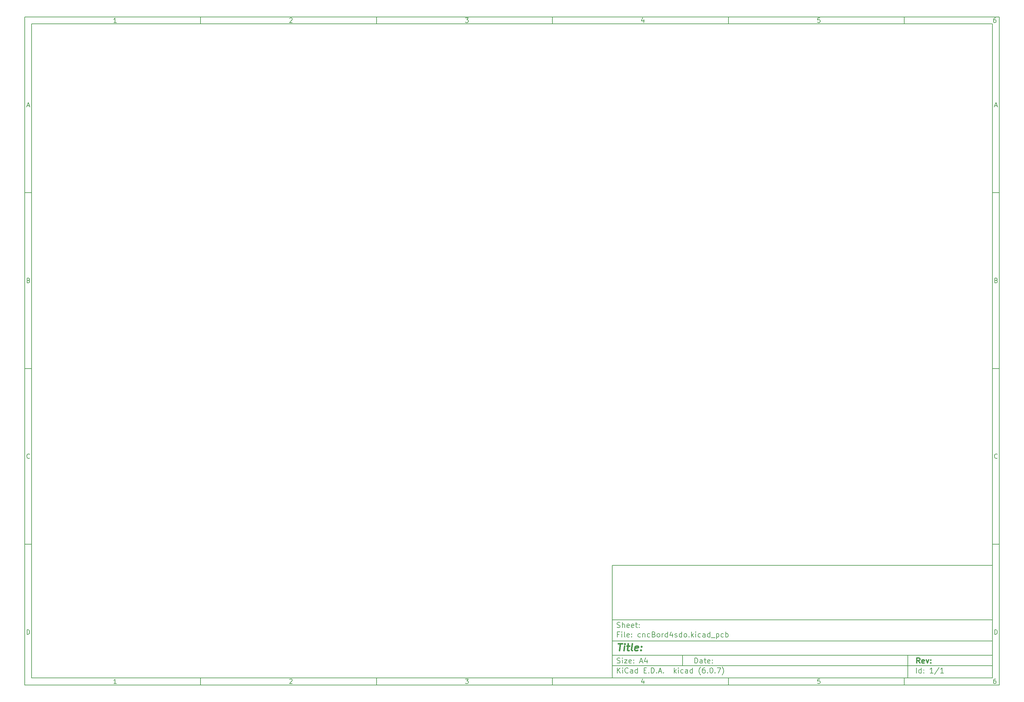
<source format=gbp>
G04 #@! TF.GenerationSoftware,KiCad,Pcbnew,(6.0.7)*
G04 #@! TF.CreationDate,2022-11-13T23:24:52+01:00*
G04 #@! TF.ProjectId,cncBord4sdo,636e6342-6f72-4643-9473-646f2e6b6963,rev?*
G04 #@! TF.SameCoordinates,Original*
G04 #@! TF.FileFunction,Paste,Bot*
G04 #@! TF.FilePolarity,Positive*
%FSLAX46Y46*%
G04 Gerber Fmt 4.6, Leading zero omitted, Abs format (unit mm)*
G04 Created by KiCad (PCBNEW (6.0.7)) date 2022-11-13 23:24:52*
%MOMM*%
%LPD*%
G01*
G04 APERTURE LIST*
%ADD10C,0.100000*%
%ADD11C,0.150000*%
%ADD12C,0.300000*%
%ADD13C,0.400000*%
G04 APERTURE END LIST*
D10*
D11*
X177002200Y-166007200D02*
X177002200Y-198007200D01*
X285002200Y-198007200D01*
X285002200Y-166007200D01*
X177002200Y-166007200D01*
D10*
D11*
X10000000Y-10000000D02*
X10000000Y-200007200D01*
X287002200Y-200007200D01*
X287002200Y-10000000D01*
X10000000Y-10000000D01*
D10*
D11*
X12000000Y-12000000D02*
X12000000Y-198007200D01*
X285002200Y-198007200D01*
X285002200Y-12000000D01*
X12000000Y-12000000D01*
D10*
D11*
X60000000Y-12000000D02*
X60000000Y-10000000D01*
D10*
D11*
X110000000Y-12000000D02*
X110000000Y-10000000D01*
D10*
D11*
X160000000Y-12000000D02*
X160000000Y-10000000D01*
D10*
D11*
X210000000Y-12000000D02*
X210000000Y-10000000D01*
D10*
D11*
X260000000Y-12000000D02*
X260000000Y-10000000D01*
D10*
D11*
X36065476Y-11588095D02*
X35322619Y-11588095D01*
X35694047Y-11588095D02*
X35694047Y-10288095D01*
X35570238Y-10473809D01*
X35446428Y-10597619D01*
X35322619Y-10659523D01*
D10*
D11*
X85322619Y-10411904D02*
X85384523Y-10350000D01*
X85508333Y-10288095D01*
X85817857Y-10288095D01*
X85941666Y-10350000D01*
X86003571Y-10411904D01*
X86065476Y-10535714D01*
X86065476Y-10659523D01*
X86003571Y-10845238D01*
X85260714Y-11588095D01*
X86065476Y-11588095D01*
D10*
D11*
X135260714Y-10288095D02*
X136065476Y-10288095D01*
X135632142Y-10783333D01*
X135817857Y-10783333D01*
X135941666Y-10845238D01*
X136003571Y-10907142D01*
X136065476Y-11030952D01*
X136065476Y-11340476D01*
X136003571Y-11464285D01*
X135941666Y-11526190D01*
X135817857Y-11588095D01*
X135446428Y-11588095D01*
X135322619Y-11526190D01*
X135260714Y-11464285D01*
D10*
D11*
X185941666Y-10721428D02*
X185941666Y-11588095D01*
X185632142Y-10226190D02*
X185322619Y-11154761D01*
X186127380Y-11154761D01*
D10*
D11*
X236003571Y-10288095D02*
X235384523Y-10288095D01*
X235322619Y-10907142D01*
X235384523Y-10845238D01*
X235508333Y-10783333D01*
X235817857Y-10783333D01*
X235941666Y-10845238D01*
X236003571Y-10907142D01*
X236065476Y-11030952D01*
X236065476Y-11340476D01*
X236003571Y-11464285D01*
X235941666Y-11526190D01*
X235817857Y-11588095D01*
X235508333Y-11588095D01*
X235384523Y-11526190D01*
X235322619Y-11464285D01*
D10*
D11*
X285941666Y-10288095D02*
X285694047Y-10288095D01*
X285570238Y-10350000D01*
X285508333Y-10411904D01*
X285384523Y-10597619D01*
X285322619Y-10845238D01*
X285322619Y-11340476D01*
X285384523Y-11464285D01*
X285446428Y-11526190D01*
X285570238Y-11588095D01*
X285817857Y-11588095D01*
X285941666Y-11526190D01*
X286003571Y-11464285D01*
X286065476Y-11340476D01*
X286065476Y-11030952D01*
X286003571Y-10907142D01*
X285941666Y-10845238D01*
X285817857Y-10783333D01*
X285570238Y-10783333D01*
X285446428Y-10845238D01*
X285384523Y-10907142D01*
X285322619Y-11030952D01*
D10*
D11*
X60000000Y-198007200D02*
X60000000Y-200007200D01*
D10*
D11*
X110000000Y-198007200D02*
X110000000Y-200007200D01*
D10*
D11*
X160000000Y-198007200D02*
X160000000Y-200007200D01*
D10*
D11*
X210000000Y-198007200D02*
X210000000Y-200007200D01*
D10*
D11*
X260000000Y-198007200D02*
X260000000Y-200007200D01*
D10*
D11*
X36065476Y-199595295D02*
X35322619Y-199595295D01*
X35694047Y-199595295D02*
X35694047Y-198295295D01*
X35570238Y-198481009D01*
X35446428Y-198604819D01*
X35322619Y-198666723D01*
D10*
D11*
X85322619Y-198419104D02*
X85384523Y-198357200D01*
X85508333Y-198295295D01*
X85817857Y-198295295D01*
X85941666Y-198357200D01*
X86003571Y-198419104D01*
X86065476Y-198542914D01*
X86065476Y-198666723D01*
X86003571Y-198852438D01*
X85260714Y-199595295D01*
X86065476Y-199595295D01*
D10*
D11*
X135260714Y-198295295D02*
X136065476Y-198295295D01*
X135632142Y-198790533D01*
X135817857Y-198790533D01*
X135941666Y-198852438D01*
X136003571Y-198914342D01*
X136065476Y-199038152D01*
X136065476Y-199347676D01*
X136003571Y-199471485D01*
X135941666Y-199533390D01*
X135817857Y-199595295D01*
X135446428Y-199595295D01*
X135322619Y-199533390D01*
X135260714Y-199471485D01*
D10*
D11*
X185941666Y-198728628D02*
X185941666Y-199595295D01*
X185632142Y-198233390D02*
X185322619Y-199161961D01*
X186127380Y-199161961D01*
D10*
D11*
X236003571Y-198295295D02*
X235384523Y-198295295D01*
X235322619Y-198914342D01*
X235384523Y-198852438D01*
X235508333Y-198790533D01*
X235817857Y-198790533D01*
X235941666Y-198852438D01*
X236003571Y-198914342D01*
X236065476Y-199038152D01*
X236065476Y-199347676D01*
X236003571Y-199471485D01*
X235941666Y-199533390D01*
X235817857Y-199595295D01*
X235508333Y-199595295D01*
X235384523Y-199533390D01*
X235322619Y-199471485D01*
D10*
D11*
X285941666Y-198295295D02*
X285694047Y-198295295D01*
X285570238Y-198357200D01*
X285508333Y-198419104D01*
X285384523Y-198604819D01*
X285322619Y-198852438D01*
X285322619Y-199347676D01*
X285384523Y-199471485D01*
X285446428Y-199533390D01*
X285570238Y-199595295D01*
X285817857Y-199595295D01*
X285941666Y-199533390D01*
X286003571Y-199471485D01*
X286065476Y-199347676D01*
X286065476Y-199038152D01*
X286003571Y-198914342D01*
X285941666Y-198852438D01*
X285817857Y-198790533D01*
X285570238Y-198790533D01*
X285446428Y-198852438D01*
X285384523Y-198914342D01*
X285322619Y-199038152D01*
D10*
D11*
X10000000Y-60000000D02*
X12000000Y-60000000D01*
D10*
D11*
X10000000Y-110000000D02*
X12000000Y-110000000D01*
D10*
D11*
X10000000Y-160000000D02*
X12000000Y-160000000D01*
D10*
D11*
X10690476Y-35216666D02*
X11309523Y-35216666D01*
X10566666Y-35588095D02*
X11000000Y-34288095D01*
X11433333Y-35588095D01*
D10*
D11*
X11092857Y-84907142D02*
X11278571Y-84969047D01*
X11340476Y-85030952D01*
X11402380Y-85154761D01*
X11402380Y-85340476D01*
X11340476Y-85464285D01*
X11278571Y-85526190D01*
X11154761Y-85588095D01*
X10659523Y-85588095D01*
X10659523Y-84288095D01*
X11092857Y-84288095D01*
X11216666Y-84350000D01*
X11278571Y-84411904D01*
X11340476Y-84535714D01*
X11340476Y-84659523D01*
X11278571Y-84783333D01*
X11216666Y-84845238D01*
X11092857Y-84907142D01*
X10659523Y-84907142D01*
D10*
D11*
X11402380Y-135464285D02*
X11340476Y-135526190D01*
X11154761Y-135588095D01*
X11030952Y-135588095D01*
X10845238Y-135526190D01*
X10721428Y-135402380D01*
X10659523Y-135278571D01*
X10597619Y-135030952D01*
X10597619Y-134845238D01*
X10659523Y-134597619D01*
X10721428Y-134473809D01*
X10845238Y-134350000D01*
X11030952Y-134288095D01*
X11154761Y-134288095D01*
X11340476Y-134350000D01*
X11402380Y-134411904D01*
D10*
D11*
X10659523Y-185588095D02*
X10659523Y-184288095D01*
X10969047Y-184288095D01*
X11154761Y-184350000D01*
X11278571Y-184473809D01*
X11340476Y-184597619D01*
X11402380Y-184845238D01*
X11402380Y-185030952D01*
X11340476Y-185278571D01*
X11278571Y-185402380D01*
X11154761Y-185526190D01*
X10969047Y-185588095D01*
X10659523Y-185588095D01*
D10*
D11*
X287002200Y-60000000D02*
X285002200Y-60000000D01*
D10*
D11*
X287002200Y-110000000D02*
X285002200Y-110000000D01*
D10*
D11*
X287002200Y-160000000D02*
X285002200Y-160000000D01*
D10*
D11*
X285692676Y-35216666D02*
X286311723Y-35216666D01*
X285568866Y-35588095D02*
X286002200Y-34288095D01*
X286435533Y-35588095D01*
D10*
D11*
X286095057Y-84907142D02*
X286280771Y-84969047D01*
X286342676Y-85030952D01*
X286404580Y-85154761D01*
X286404580Y-85340476D01*
X286342676Y-85464285D01*
X286280771Y-85526190D01*
X286156961Y-85588095D01*
X285661723Y-85588095D01*
X285661723Y-84288095D01*
X286095057Y-84288095D01*
X286218866Y-84350000D01*
X286280771Y-84411904D01*
X286342676Y-84535714D01*
X286342676Y-84659523D01*
X286280771Y-84783333D01*
X286218866Y-84845238D01*
X286095057Y-84907142D01*
X285661723Y-84907142D01*
D10*
D11*
X286404580Y-135464285D02*
X286342676Y-135526190D01*
X286156961Y-135588095D01*
X286033152Y-135588095D01*
X285847438Y-135526190D01*
X285723628Y-135402380D01*
X285661723Y-135278571D01*
X285599819Y-135030952D01*
X285599819Y-134845238D01*
X285661723Y-134597619D01*
X285723628Y-134473809D01*
X285847438Y-134350000D01*
X286033152Y-134288095D01*
X286156961Y-134288095D01*
X286342676Y-134350000D01*
X286404580Y-134411904D01*
D10*
D11*
X285661723Y-185588095D02*
X285661723Y-184288095D01*
X285971247Y-184288095D01*
X286156961Y-184350000D01*
X286280771Y-184473809D01*
X286342676Y-184597619D01*
X286404580Y-184845238D01*
X286404580Y-185030952D01*
X286342676Y-185278571D01*
X286280771Y-185402380D01*
X286156961Y-185526190D01*
X285971247Y-185588095D01*
X285661723Y-185588095D01*
D10*
D11*
X200434342Y-193785771D02*
X200434342Y-192285771D01*
X200791485Y-192285771D01*
X201005771Y-192357200D01*
X201148628Y-192500057D01*
X201220057Y-192642914D01*
X201291485Y-192928628D01*
X201291485Y-193142914D01*
X201220057Y-193428628D01*
X201148628Y-193571485D01*
X201005771Y-193714342D01*
X200791485Y-193785771D01*
X200434342Y-193785771D01*
X202577200Y-193785771D02*
X202577200Y-193000057D01*
X202505771Y-192857200D01*
X202362914Y-192785771D01*
X202077200Y-192785771D01*
X201934342Y-192857200D01*
X202577200Y-193714342D02*
X202434342Y-193785771D01*
X202077200Y-193785771D01*
X201934342Y-193714342D01*
X201862914Y-193571485D01*
X201862914Y-193428628D01*
X201934342Y-193285771D01*
X202077200Y-193214342D01*
X202434342Y-193214342D01*
X202577200Y-193142914D01*
X203077200Y-192785771D02*
X203648628Y-192785771D01*
X203291485Y-192285771D02*
X203291485Y-193571485D01*
X203362914Y-193714342D01*
X203505771Y-193785771D01*
X203648628Y-193785771D01*
X204720057Y-193714342D02*
X204577200Y-193785771D01*
X204291485Y-193785771D01*
X204148628Y-193714342D01*
X204077200Y-193571485D01*
X204077200Y-193000057D01*
X204148628Y-192857200D01*
X204291485Y-192785771D01*
X204577200Y-192785771D01*
X204720057Y-192857200D01*
X204791485Y-193000057D01*
X204791485Y-193142914D01*
X204077200Y-193285771D01*
X205434342Y-193642914D02*
X205505771Y-193714342D01*
X205434342Y-193785771D01*
X205362914Y-193714342D01*
X205434342Y-193642914D01*
X205434342Y-193785771D01*
X205434342Y-192857200D02*
X205505771Y-192928628D01*
X205434342Y-193000057D01*
X205362914Y-192928628D01*
X205434342Y-192857200D01*
X205434342Y-193000057D01*
D10*
D11*
X177002200Y-194507200D02*
X285002200Y-194507200D01*
D10*
D11*
X178434342Y-196585771D02*
X178434342Y-195085771D01*
X179291485Y-196585771D02*
X178648628Y-195728628D01*
X179291485Y-195085771D02*
X178434342Y-195942914D01*
X179934342Y-196585771D02*
X179934342Y-195585771D01*
X179934342Y-195085771D02*
X179862914Y-195157200D01*
X179934342Y-195228628D01*
X180005771Y-195157200D01*
X179934342Y-195085771D01*
X179934342Y-195228628D01*
X181505771Y-196442914D02*
X181434342Y-196514342D01*
X181220057Y-196585771D01*
X181077200Y-196585771D01*
X180862914Y-196514342D01*
X180720057Y-196371485D01*
X180648628Y-196228628D01*
X180577200Y-195942914D01*
X180577200Y-195728628D01*
X180648628Y-195442914D01*
X180720057Y-195300057D01*
X180862914Y-195157200D01*
X181077200Y-195085771D01*
X181220057Y-195085771D01*
X181434342Y-195157200D01*
X181505771Y-195228628D01*
X182791485Y-196585771D02*
X182791485Y-195800057D01*
X182720057Y-195657200D01*
X182577200Y-195585771D01*
X182291485Y-195585771D01*
X182148628Y-195657200D01*
X182791485Y-196514342D02*
X182648628Y-196585771D01*
X182291485Y-196585771D01*
X182148628Y-196514342D01*
X182077200Y-196371485D01*
X182077200Y-196228628D01*
X182148628Y-196085771D01*
X182291485Y-196014342D01*
X182648628Y-196014342D01*
X182791485Y-195942914D01*
X184148628Y-196585771D02*
X184148628Y-195085771D01*
X184148628Y-196514342D02*
X184005771Y-196585771D01*
X183720057Y-196585771D01*
X183577200Y-196514342D01*
X183505771Y-196442914D01*
X183434342Y-196300057D01*
X183434342Y-195871485D01*
X183505771Y-195728628D01*
X183577200Y-195657200D01*
X183720057Y-195585771D01*
X184005771Y-195585771D01*
X184148628Y-195657200D01*
X186005771Y-195800057D02*
X186505771Y-195800057D01*
X186720057Y-196585771D02*
X186005771Y-196585771D01*
X186005771Y-195085771D01*
X186720057Y-195085771D01*
X187362914Y-196442914D02*
X187434342Y-196514342D01*
X187362914Y-196585771D01*
X187291485Y-196514342D01*
X187362914Y-196442914D01*
X187362914Y-196585771D01*
X188077200Y-196585771D02*
X188077200Y-195085771D01*
X188434342Y-195085771D01*
X188648628Y-195157200D01*
X188791485Y-195300057D01*
X188862914Y-195442914D01*
X188934342Y-195728628D01*
X188934342Y-195942914D01*
X188862914Y-196228628D01*
X188791485Y-196371485D01*
X188648628Y-196514342D01*
X188434342Y-196585771D01*
X188077200Y-196585771D01*
X189577200Y-196442914D02*
X189648628Y-196514342D01*
X189577200Y-196585771D01*
X189505771Y-196514342D01*
X189577200Y-196442914D01*
X189577200Y-196585771D01*
X190220057Y-196157200D02*
X190934342Y-196157200D01*
X190077200Y-196585771D02*
X190577200Y-195085771D01*
X191077200Y-196585771D01*
X191577200Y-196442914D02*
X191648628Y-196514342D01*
X191577200Y-196585771D01*
X191505771Y-196514342D01*
X191577200Y-196442914D01*
X191577200Y-196585771D01*
X194577200Y-196585771D02*
X194577200Y-195085771D01*
X194720057Y-196014342D02*
X195148628Y-196585771D01*
X195148628Y-195585771D02*
X194577200Y-196157200D01*
X195791485Y-196585771D02*
X195791485Y-195585771D01*
X195791485Y-195085771D02*
X195720057Y-195157200D01*
X195791485Y-195228628D01*
X195862914Y-195157200D01*
X195791485Y-195085771D01*
X195791485Y-195228628D01*
X197148628Y-196514342D02*
X197005771Y-196585771D01*
X196720057Y-196585771D01*
X196577200Y-196514342D01*
X196505771Y-196442914D01*
X196434342Y-196300057D01*
X196434342Y-195871485D01*
X196505771Y-195728628D01*
X196577200Y-195657200D01*
X196720057Y-195585771D01*
X197005771Y-195585771D01*
X197148628Y-195657200D01*
X198434342Y-196585771D02*
X198434342Y-195800057D01*
X198362914Y-195657200D01*
X198220057Y-195585771D01*
X197934342Y-195585771D01*
X197791485Y-195657200D01*
X198434342Y-196514342D02*
X198291485Y-196585771D01*
X197934342Y-196585771D01*
X197791485Y-196514342D01*
X197720057Y-196371485D01*
X197720057Y-196228628D01*
X197791485Y-196085771D01*
X197934342Y-196014342D01*
X198291485Y-196014342D01*
X198434342Y-195942914D01*
X199791485Y-196585771D02*
X199791485Y-195085771D01*
X199791485Y-196514342D02*
X199648628Y-196585771D01*
X199362914Y-196585771D01*
X199220057Y-196514342D01*
X199148628Y-196442914D01*
X199077200Y-196300057D01*
X199077200Y-195871485D01*
X199148628Y-195728628D01*
X199220057Y-195657200D01*
X199362914Y-195585771D01*
X199648628Y-195585771D01*
X199791485Y-195657200D01*
X202077200Y-197157200D02*
X202005771Y-197085771D01*
X201862914Y-196871485D01*
X201791485Y-196728628D01*
X201720057Y-196514342D01*
X201648628Y-196157200D01*
X201648628Y-195871485D01*
X201720057Y-195514342D01*
X201791485Y-195300057D01*
X201862914Y-195157200D01*
X202005771Y-194942914D01*
X202077200Y-194871485D01*
X203291485Y-195085771D02*
X203005771Y-195085771D01*
X202862914Y-195157200D01*
X202791485Y-195228628D01*
X202648628Y-195442914D01*
X202577200Y-195728628D01*
X202577200Y-196300057D01*
X202648628Y-196442914D01*
X202720057Y-196514342D01*
X202862914Y-196585771D01*
X203148628Y-196585771D01*
X203291485Y-196514342D01*
X203362914Y-196442914D01*
X203434342Y-196300057D01*
X203434342Y-195942914D01*
X203362914Y-195800057D01*
X203291485Y-195728628D01*
X203148628Y-195657200D01*
X202862914Y-195657200D01*
X202720057Y-195728628D01*
X202648628Y-195800057D01*
X202577200Y-195942914D01*
X204077200Y-196442914D02*
X204148628Y-196514342D01*
X204077200Y-196585771D01*
X204005771Y-196514342D01*
X204077200Y-196442914D01*
X204077200Y-196585771D01*
X205077200Y-195085771D02*
X205220057Y-195085771D01*
X205362914Y-195157200D01*
X205434342Y-195228628D01*
X205505771Y-195371485D01*
X205577200Y-195657200D01*
X205577200Y-196014342D01*
X205505771Y-196300057D01*
X205434342Y-196442914D01*
X205362914Y-196514342D01*
X205220057Y-196585771D01*
X205077200Y-196585771D01*
X204934342Y-196514342D01*
X204862914Y-196442914D01*
X204791485Y-196300057D01*
X204720057Y-196014342D01*
X204720057Y-195657200D01*
X204791485Y-195371485D01*
X204862914Y-195228628D01*
X204934342Y-195157200D01*
X205077200Y-195085771D01*
X206220057Y-196442914D02*
X206291485Y-196514342D01*
X206220057Y-196585771D01*
X206148628Y-196514342D01*
X206220057Y-196442914D01*
X206220057Y-196585771D01*
X206791485Y-195085771D02*
X207791485Y-195085771D01*
X207148628Y-196585771D01*
X208220057Y-197157200D02*
X208291485Y-197085771D01*
X208434342Y-196871485D01*
X208505771Y-196728628D01*
X208577200Y-196514342D01*
X208648628Y-196157200D01*
X208648628Y-195871485D01*
X208577200Y-195514342D01*
X208505771Y-195300057D01*
X208434342Y-195157200D01*
X208291485Y-194942914D01*
X208220057Y-194871485D01*
D10*
D11*
X177002200Y-191507200D02*
X285002200Y-191507200D01*
D10*
D12*
X264411485Y-193785771D02*
X263911485Y-193071485D01*
X263554342Y-193785771D02*
X263554342Y-192285771D01*
X264125771Y-192285771D01*
X264268628Y-192357200D01*
X264340057Y-192428628D01*
X264411485Y-192571485D01*
X264411485Y-192785771D01*
X264340057Y-192928628D01*
X264268628Y-193000057D01*
X264125771Y-193071485D01*
X263554342Y-193071485D01*
X265625771Y-193714342D02*
X265482914Y-193785771D01*
X265197200Y-193785771D01*
X265054342Y-193714342D01*
X264982914Y-193571485D01*
X264982914Y-193000057D01*
X265054342Y-192857200D01*
X265197200Y-192785771D01*
X265482914Y-192785771D01*
X265625771Y-192857200D01*
X265697200Y-193000057D01*
X265697200Y-193142914D01*
X264982914Y-193285771D01*
X266197200Y-192785771D02*
X266554342Y-193785771D01*
X266911485Y-192785771D01*
X267482914Y-193642914D02*
X267554342Y-193714342D01*
X267482914Y-193785771D01*
X267411485Y-193714342D01*
X267482914Y-193642914D01*
X267482914Y-193785771D01*
X267482914Y-192857200D02*
X267554342Y-192928628D01*
X267482914Y-193000057D01*
X267411485Y-192928628D01*
X267482914Y-192857200D01*
X267482914Y-193000057D01*
D10*
D11*
X178362914Y-193714342D02*
X178577200Y-193785771D01*
X178934342Y-193785771D01*
X179077200Y-193714342D01*
X179148628Y-193642914D01*
X179220057Y-193500057D01*
X179220057Y-193357200D01*
X179148628Y-193214342D01*
X179077200Y-193142914D01*
X178934342Y-193071485D01*
X178648628Y-193000057D01*
X178505771Y-192928628D01*
X178434342Y-192857200D01*
X178362914Y-192714342D01*
X178362914Y-192571485D01*
X178434342Y-192428628D01*
X178505771Y-192357200D01*
X178648628Y-192285771D01*
X179005771Y-192285771D01*
X179220057Y-192357200D01*
X179862914Y-193785771D02*
X179862914Y-192785771D01*
X179862914Y-192285771D02*
X179791485Y-192357200D01*
X179862914Y-192428628D01*
X179934342Y-192357200D01*
X179862914Y-192285771D01*
X179862914Y-192428628D01*
X180434342Y-192785771D02*
X181220057Y-192785771D01*
X180434342Y-193785771D01*
X181220057Y-193785771D01*
X182362914Y-193714342D02*
X182220057Y-193785771D01*
X181934342Y-193785771D01*
X181791485Y-193714342D01*
X181720057Y-193571485D01*
X181720057Y-193000057D01*
X181791485Y-192857200D01*
X181934342Y-192785771D01*
X182220057Y-192785771D01*
X182362914Y-192857200D01*
X182434342Y-193000057D01*
X182434342Y-193142914D01*
X181720057Y-193285771D01*
X183077200Y-193642914D02*
X183148628Y-193714342D01*
X183077200Y-193785771D01*
X183005771Y-193714342D01*
X183077200Y-193642914D01*
X183077200Y-193785771D01*
X183077200Y-192857200D02*
X183148628Y-192928628D01*
X183077200Y-193000057D01*
X183005771Y-192928628D01*
X183077200Y-192857200D01*
X183077200Y-193000057D01*
X184862914Y-193357200D02*
X185577200Y-193357200D01*
X184720057Y-193785771D02*
X185220057Y-192285771D01*
X185720057Y-193785771D01*
X186862914Y-192785771D02*
X186862914Y-193785771D01*
X186505771Y-192214342D02*
X186148628Y-193285771D01*
X187077200Y-193285771D01*
D10*
D11*
X263434342Y-196585771D02*
X263434342Y-195085771D01*
X264791485Y-196585771D02*
X264791485Y-195085771D01*
X264791485Y-196514342D02*
X264648628Y-196585771D01*
X264362914Y-196585771D01*
X264220057Y-196514342D01*
X264148628Y-196442914D01*
X264077200Y-196300057D01*
X264077200Y-195871485D01*
X264148628Y-195728628D01*
X264220057Y-195657200D01*
X264362914Y-195585771D01*
X264648628Y-195585771D01*
X264791485Y-195657200D01*
X265505771Y-196442914D02*
X265577200Y-196514342D01*
X265505771Y-196585771D01*
X265434342Y-196514342D01*
X265505771Y-196442914D01*
X265505771Y-196585771D01*
X265505771Y-195657200D02*
X265577200Y-195728628D01*
X265505771Y-195800057D01*
X265434342Y-195728628D01*
X265505771Y-195657200D01*
X265505771Y-195800057D01*
X268148628Y-196585771D02*
X267291485Y-196585771D01*
X267720057Y-196585771D02*
X267720057Y-195085771D01*
X267577200Y-195300057D01*
X267434342Y-195442914D01*
X267291485Y-195514342D01*
X269862914Y-195014342D02*
X268577200Y-196942914D01*
X271148628Y-196585771D02*
X270291485Y-196585771D01*
X270720057Y-196585771D02*
X270720057Y-195085771D01*
X270577200Y-195300057D01*
X270434342Y-195442914D01*
X270291485Y-195514342D01*
D10*
D11*
X177002200Y-187507200D02*
X285002200Y-187507200D01*
D10*
D13*
X178714580Y-188211961D02*
X179857438Y-188211961D01*
X179036009Y-190211961D02*
X179286009Y-188211961D01*
X180274104Y-190211961D02*
X180440771Y-188878628D01*
X180524104Y-188211961D02*
X180416961Y-188307200D01*
X180500295Y-188402438D01*
X180607438Y-188307200D01*
X180524104Y-188211961D01*
X180500295Y-188402438D01*
X181107438Y-188878628D02*
X181869342Y-188878628D01*
X181476485Y-188211961D02*
X181262200Y-189926247D01*
X181333628Y-190116723D01*
X181512200Y-190211961D01*
X181702676Y-190211961D01*
X182655057Y-190211961D02*
X182476485Y-190116723D01*
X182405057Y-189926247D01*
X182619342Y-188211961D01*
X184190771Y-190116723D02*
X183988390Y-190211961D01*
X183607438Y-190211961D01*
X183428866Y-190116723D01*
X183357438Y-189926247D01*
X183452676Y-189164342D01*
X183571723Y-188973866D01*
X183774104Y-188878628D01*
X184155057Y-188878628D01*
X184333628Y-188973866D01*
X184405057Y-189164342D01*
X184381247Y-189354819D01*
X183405057Y-189545295D01*
X185155057Y-190021485D02*
X185238390Y-190116723D01*
X185131247Y-190211961D01*
X185047914Y-190116723D01*
X185155057Y-190021485D01*
X185131247Y-190211961D01*
X185286009Y-188973866D02*
X185369342Y-189069104D01*
X185262200Y-189164342D01*
X185178866Y-189069104D01*
X185286009Y-188973866D01*
X185262200Y-189164342D01*
D10*
D11*
X178934342Y-185600057D02*
X178434342Y-185600057D01*
X178434342Y-186385771D02*
X178434342Y-184885771D01*
X179148628Y-184885771D01*
X179720057Y-186385771D02*
X179720057Y-185385771D01*
X179720057Y-184885771D02*
X179648628Y-184957200D01*
X179720057Y-185028628D01*
X179791485Y-184957200D01*
X179720057Y-184885771D01*
X179720057Y-185028628D01*
X180648628Y-186385771D02*
X180505771Y-186314342D01*
X180434342Y-186171485D01*
X180434342Y-184885771D01*
X181791485Y-186314342D02*
X181648628Y-186385771D01*
X181362914Y-186385771D01*
X181220057Y-186314342D01*
X181148628Y-186171485D01*
X181148628Y-185600057D01*
X181220057Y-185457200D01*
X181362914Y-185385771D01*
X181648628Y-185385771D01*
X181791485Y-185457200D01*
X181862914Y-185600057D01*
X181862914Y-185742914D01*
X181148628Y-185885771D01*
X182505771Y-186242914D02*
X182577200Y-186314342D01*
X182505771Y-186385771D01*
X182434342Y-186314342D01*
X182505771Y-186242914D01*
X182505771Y-186385771D01*
X182505771Y-185457200D02*
X182577200Y-185528628D01*
X182505771Y-185600057D01*
X182434342Y-185528628D01*
X182505771Y-185457200D01*
X182505771Y-185600057D01*
X185005771Y-186314342D02*
X184862914Y-186385771D01*
X184577200Y-186385771D01*
X184434342Y-186314342D01*
X184362914Y-186242914D01*
X184291485Y-186100057D01*
X184291485Y-185671485D01*
X184362914Y-185528628D01*
X184434342Y-185457200D01*
X184577200Y-185385771D01*
X184862914Y-185385771D01*
X185005771Y-185457200D01*
X185648628Y-185385771D02*
X185648628Y-186385771D01*
X185648628Y-185528628D02*
X185720057Y-185457200D01*
X185862914Y-185385771D01*
X186077200Y-185385771D01*
X186220057Y-185457200D01*
X186291485Y-185600057D01*
X186291485Y-186385771D01*
X187648628Y-186314342D02*
X187505771Y-186385771D01*
X187220057Y-186385771D01*
X187077200Y-186314342D01*
X187005771Y-186242914D01*
X186934342Y-186100057D01*
X186934342Y-185671485D01*
X187005771Y-185528628D01*
X187077200Y-185457200D01*
X187220057Y-185385771D01*
X187505771Y-185385771D01*
X187648628Y-185457200D01*
X188791485Y-185600057D02*
X189005771Y-185671485D01*
X189077200Y-185742914D01*
X189148628Y-185885771D01*
X189148628Y-186100057D01*
X189077200Y-186242914D01*
X189005771Y-186314342D01*
X188862914Y-186385771D01*
X188291485Y-186385771D01*
X188291485Y-184885771D01*
X188791485Y-184885771D01*
X188934342Y-184957200D01*
X189005771Y-185028628D01*
X189077200Y-185171485D01*
X189077200Y-185314342D01*
X189005771Y-185457200D01*
X188934342Y-185528628D01*
X188791485Y-185600057D01*
X188291485Y-185600057D01*
X190005771Y-186385771D02*
X189862914Y-186314342D01*
X189791485Y-186242914D01*
X189720057Y-186100057D01*
X189720057Y-185671485D01*
X189791485Y-185528628D01*
X189862914Y-185457200D01*
X190005771Y-185385771D01*
X190220057Y-185385771D01*
X190362914Y-185457200D01*
X190434342Y-185528628D01*
X190505771Y-185671485D01*
X190505771Y-186100057D01*
X190434342Y-186242914D01*
X190362914Y-186314342D01*
X190220057Y-186385771D01*
X190005771Y-186385771D01*
X191148628Y-186385771D02*
X191148628Y-185385771D01*
X191148628Y-185671485D02*
X191220057Y-185528628D01*
X191291485Y-185457200D01*
X191434342Y-185385771D01*
X191577200Y-185385771D01*
X192720057Y-186385771D02*
X192720057Y-184885771D01*
X192720057Y-186314342D02*
X192577200Y-186385771D01*
X192291485Y-186385771D01*
X192148628Y-186314342D01*
X192077200Y-186242914D01*
X192005771Y-186100057D01*
X192005771Y-185671485D01*
X192077200Y-185528628D01*
X192148628Y-185457200D01*
X192291485Y-185385771D01*
X192577200Y-185385771D01*
X192720057Y-185457200D01*
X194077200Y-185385771D02*
X194077200Y-186385771D01*
X193720057Y-184814342D02*
X193362914Y-185885771D01*
X194291485Y-185885771D01*
X194791485Y-186314342D02*
X194934342Y-186385771D01*
X195220057Y-186385771D01*
X195362914Y-186314342D01*
X195434342Y-186171485D01*
X195434342Y-186100057D01*
X195362914Y-185957200D01*
X195220057Y-185885771D01*
X195005771Y-185885771D01*
X194862914Y-185814342D01*
X194791485Y-185671485D01*
X194791485Y-185600057D01*
X194862914Y-185457200D01*
X195005771Y-185385771D01*
X195220057Y-185385771D01*
X195362914Y-185457200D01*
X196720057Y-186385771D02*
X196720057Y-184885771D01*
X196720057Y-186314342D02*
X196577200Y-186385771D01*
X196291485Y-186385771D01*
X196148628Y-186314342D01*
X196077200Y-186242914D01*
X196005771Y-186100057D01*
X196005771Y-185671485D01*
X196077200Y-185528628D01*
X196148628Y-185457200D01*
X196291485Y-185385771D01*
X196577200Y-185385771D01*
X196720057Y-185457200D01*
X197648628Y-186385771D02*
X197505771Y-186314342D01*
X197434342Y-186242914D01*
X197362914Y-186100057D01*
X197362914Y-185671485D01*
X197434342Y-185528628D01*
X197505771Y-185457200D01*
X197648628Y-185385771D01*
X197862914Y-185385771D01*
X198005771Y-185457200D01*
X198077200Y-185528628D01*
X198148628Y-185671485D01*
X198148628Y-186100057D01*
X198077200Y-186242914D01*
X198005771Y-186314342D01*
X197862914Y-186385771D01*
X197648628Y-186385771D01*
X198791485Y-186242914D02*
X198862914Y-186314342D01*
X198791485Y-186385771D01*
X198720057Y-186314342D01*
X198791485Y-186242914D01*
X198791485Y-186385771D01*
X199505771Y-186385771D02*
X199505771Y-184885771D01*
X199648628Y-185814342D02*
X200077200Y-186385771D01*
X200077200Y-185385771D02*
X199505771Y-185957200D01*
X200720057Y-186385771D02*
X200720057Y-185385771D01*
X200720057Y-184885771D02*
X200648628Y-184957200D01*
X200720057Y-185028628D01*
X200791485Y-184957200D01*
X200720057Y-184885771D01*
X200720057Y-185028628D01*
X202077200Y-186314342D02*
X201934342Y-186385771D01*
X201648628Y-186385771D01*
X201505771Y-186314342D01*
X201434342Y-186242914D01*
X201362914Y-186100057D01*
X201362914Y-185671485D01*
X201434342Y-185528628D01*
X201505771Y-185457200D01*
X201648628Y-185385771D01*
X201934342Y-185385771D01*
X202077200Y-185457200D01*
X203362914Y-186385771D02*
X203362914Y-185600057D01*
X203291485Y-185457200D01*
X203148628Y-185385771D01*
X202862914Y-185385771D01*
X202720057Y-185457200D01*
X203362914Y-186314342D02*
X203220057Y-186385771D01*
X202862914Y-186385771D01*
X202720057Y-186314342D01*
X202648628Y-186171485D01*
X202648628Y-186028628D01*
X202720057Y-185885771D01*
X202862914Y-185814342D01*
X203220057Y-185814342D01*
X203362914Y-185742914D01*
X204720057Y-186385771D02*
X204720057Y-184885771D01*
X204720057Y-186314342D02*
X204577200Y-186385771D01*
X204291485Y-186385771D01*
X204148628Y-186314342D01*
X204077200Y-186242914D01*
X204005771Y-186100057D01*
X204005771Y-185671485D01*
X204077200Y-185528628D01*
X204148628Y-185457200D01*
X204291485Y-185385771D01*
X204577200Y-185385771D01*
X204720057Y-185457200D01*
X205077200Y-186528628D02*
X206220057Y-186528628D01*
X206577200Y-185385771D02*
X206577200Y-186885771D01*
X206577200Y-185457200D02*
X206720057Y-185385771D01*
X207005771Y-185385771D01*
X207148628Y-185457200D01*
X207220057Y-185528628D01*
X207291485Y-185671485D01*
X207291485Y-186100057D01*
X207220057Y-186242914D01*
X207148628Y-186314342D01*
X207005771Y-186385771D01*
X206720057Y-186385771D01*
X206577200Y-186314342D01*
X208577200Y-186314342D02*
X208434342Y-186385771D01*
X208148628Y-186385771D01*
X208005771Y-186314342D01*
X207934342Y-186242914D01*
X207862914Y-186100057D01*
X207862914Y-185671485D01*
X207934342Y-185528628D01*
X208005771Y-185457200D01*
X208148628Y-185385771D01*
X208434342Y-185385771D01*
X208577200Y-185457200D01*
X209220057Y-186385771D02*
X209220057Y-184885771D01*
X209220057Y-185457200D02*
X209362914Y-185385771D01*
X209648628Y-185385771D01*
X209791485Y-185457200D01*
X209862914Y-185528628D01*
X209934342Y-185671485D01*
X209934342Y-186100057D01*
X209862914Y-186242914D01*
X209791485Y-186314342D01*
X209648628Y-186385771D01*
X209362914Y-186385771D01*
X209220057Y-186314342D01*
D10*
D11*
X177002200Y-181507200D02*
X285002200Y-181507200D01*
D10*
D11*
X178362914Y-183614342D02*
X178577200Y-183685771D01*
X178934342Y-183685771D01*
X179077200Y-183614342D01*
X179148628Y-183542914D01*
X179220057Y-183400057D01*
X179220057Y-183257200D01*
X179148628Y-183114342D01*
X179077200Y-183042914D01*
X178934342Y-182971485D01*
X178648628Y-182900057D01*
X178505771Y-182828628D01*
X178434342Y-182757200D01*
X178362914Y-182614342D01*
X178362914Y-182471485D01*
X178434342Y-182328628D01*
X178505771Y-182257200D01*
X178648628Y-182185771D01*
X179005771Y-182185771D01*
X179220057Y-182257200D01*
X179862914Y-183685771D02*
X179862914Y-182185771D01*
X180505771Y-183685771D02*
X180505771Y-182900057D01*
X180434342Y-182757200D01*
X180291485Y-182685771D01*
X180077200Y-182685771D01*
X179934342Y-182757200D01*
X179862914Y-182828628D01*
X181791485Y-183614342D02*
X181648628Y-183685771D01*
X181362914Y-183685771D01*
X181220057Y-183614342D01*
X181148628Y-183471485D01*
X181148628Y-182900057D01*
X181220057Y-182757200D01*
X181362914Y-182685771D01*
X181648628Y-182685771D01*
X181791485Y-182757200D01*
X181862914Y-182900057D01*
X181862914Y-183042914D01*
X181148628Y-183185771D01*
X183077200Y-183614342D02*
X182934342Y-183685771D01*
X182648628Y-183685771D01*
X182505771Y-183614342D01*
X182434342Y-183471485D01*
X182434342Y-182900057D01*
X182505771Y-182757200D01*
X182648628Y-182685771D01*
X182934342Y-182685771D01*
X183077200Y-182757200D01*
X183148628Y-182900057D01*
X183148628Y-183042914D01*
X182434342Y-183185771D01*
X183577200Y-182685771D02*
X184148628Y-182685771D01*
X183791485Y-182185771D02*
X183791485Y-183471485D01*
X183862914Y-183614342D01*
X184005771Y-183685771D01*
X184148628Y-183685771D01*
X184648628Y-183542914D02*
X184720057Y-183614342D01*
X184648628Y-183685771D01*
X184577200Y-183614342D01*
X184648628Y-183542914D01*
X184648628Y-183685771D01*
X184648628Y-182757200D02*
X184720057Y-182828628D01*
X184648628Y-182900057D01*
X184577200Y-182828628D01*
X184648628Y-182757200D01*
X184648628Y-182900057D01*
D10*
D12*
D10*
D11*
D10*
D11*
D10*
D11*
D10*
D11*
D10*
D11*
X197002200Y-191507200D02*
X197002200Y-194507200D01*
D10*
D11*
X261002200Y-191507200D02*
X261002200Y-198007200D01*
M02*

</source>
